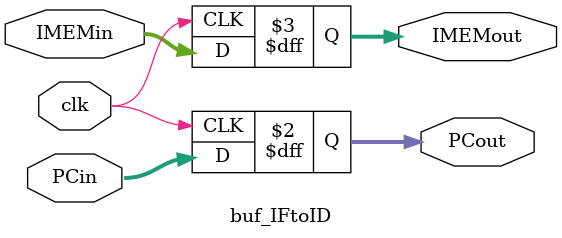
<source format=v>
`timescale 1ns / 1ps


module buf_IFtoID(PCin, IMEMin, clk, PCout, IMEMout);
//2 inputs and clk for buffer
input [31:0] PCin;
input [31:0] IMEMin;
input clk;
//2 outputs
output reg [31:0] PCout;
output reg [31:0] IMEMout;

always@(posedge clk)
begin
    //Outputs are based on the current buffer register data
    PCout=PCin;
    IMEMout=IMEMin;
end
endmodule

</source>
